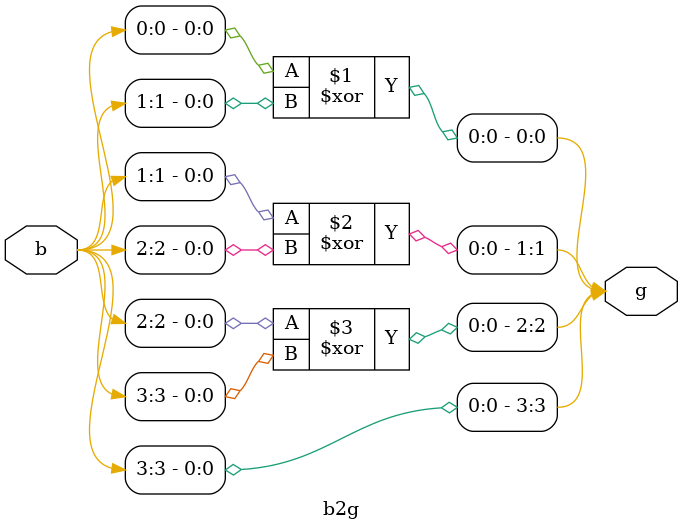
<source format=v>
module b2g(b,g); 
	input [3:0] b; 
	output [3:0] g; 
	xor (g[0],b[0],b[1]), 
	(g[1],b[1],b[2]), 
	(g[2],b[2],b[3]); 
	assign g[3]=b[3]; 
endmodule 
</source>
